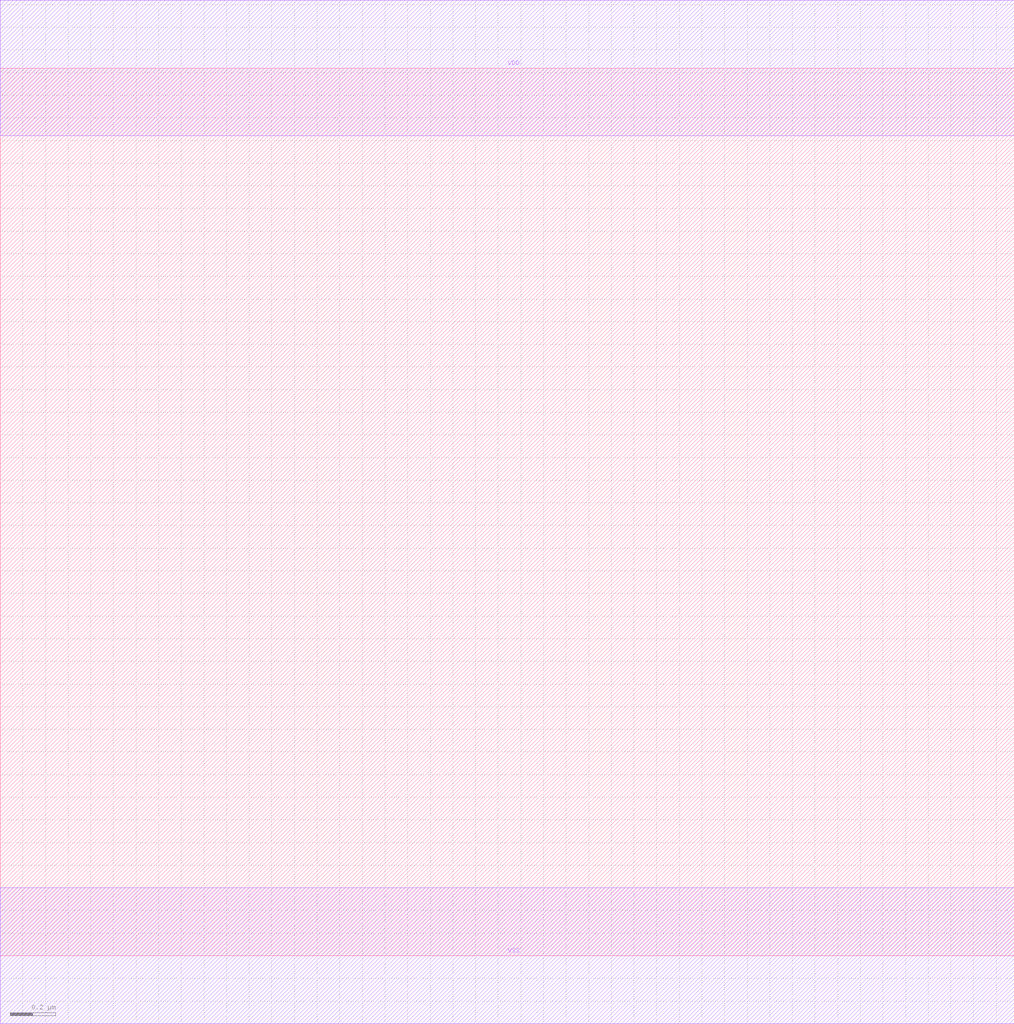
<source format=lef>
# Copyright 2022 GlobalFoundries PDK Authors
#
# Licensed under the Apache License, Version 2.0 (the "License");
# you may not use this file except in compliance with the License.
# You may obtain a copy of the License at
#
#      http://www.apache.org/licenses/LICENSE-2.0
#
# Unless required by applicable law or agreed to in writing, software
# distributed under the License is distributed on an "AS IS" BASIS,
# WITHOUT WARRANTIES OR CONDITIONS OF ANY KIND, either express or implied.
# See the License for the specific language governing permissions and
# limitations under the License.

MACRO gf180mcu_fd_sc_mcu7t5v0__fill_8
  CLASS core SPACER ;
  FOREIGN gf180mcu_fd_sc_mcu7t5v0__fill_8 0.0 0.0 ;
  ORIGIN 0 0 ;
  SYMMETRY X Y ;
  SITE GF018hv5v_mcu_sc7 ;
  SIZE 4.48 BY 3.92 ;
  PIN VDD
    DIRECTION INOUT ;
    USE power ;
    SHAPE ABUTMENT ;
    PORT
      LAYER METAL1 ;
        POLYGON 0 3.62 4.48 3.62 4.48 4.22 0 4.22  ;
    END
  END VDD
  PIN VSS
    DIRECTION INOUT ;
    USE ground ;
    SHAPE ABUTMENT ;
    PORT
      LAYER METAL1 ;
        POLYGON 0 -0.3 4.48 -0.3 4.48 0.3 0 0.3  ;
    END
  END VSS
END gf180mcu_fd_sc_mcu7t5v0__fill_8

</source>
